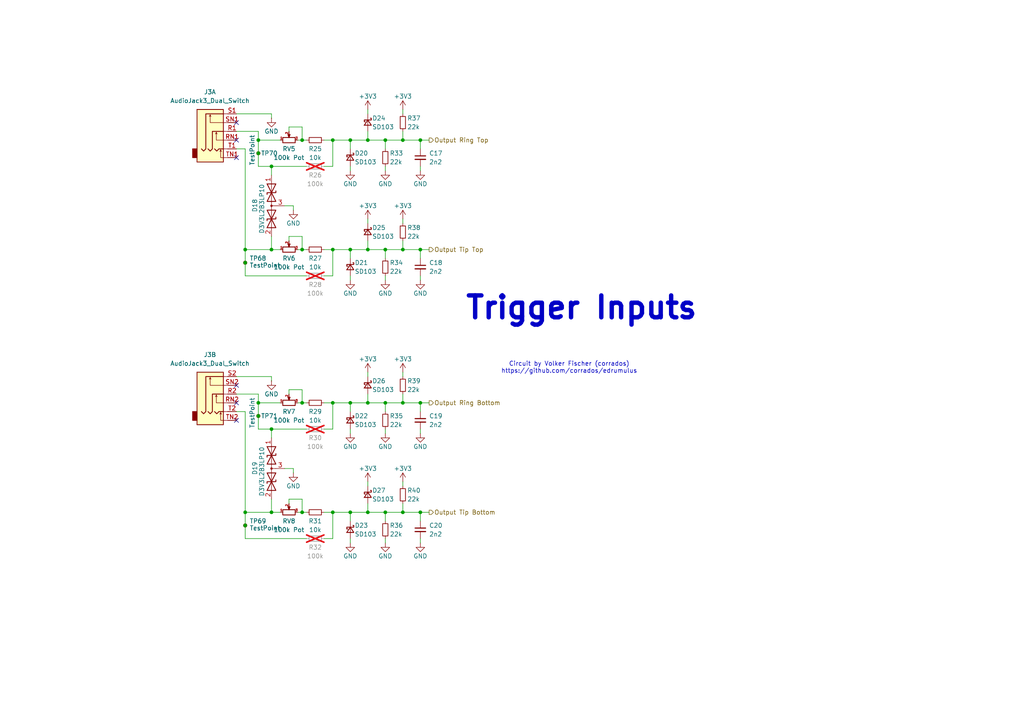
<source format=kicad_sch>
(kicad_sch (version 20231120) (generator "eeschema") (generator_version "8.0")
  (paper "A4")
  (title_block (title "freEDrum") (date "2024-04-20") (rev "A") (company "Till Heuer"))
  (junction (at 71.12 72.39))
  (junction (at 71.12 152.4))
  (junction (at 71.12 76.2))
  (junction (at 74.93 40.64))
  (junction (at 87.63 116.84))
  (junction (at 116.84 116.84))
  (junction (at 121.92 72.39))
  (junction (at 96.52 116.84))
  (junction (at 106.68 116.84))
  (junction (at 71.12 148.59))
  (junction (at 78.74 148.59))
  (junction (at 106.68 148.59))
  (junction (at 101.6 148.59))
  (junction (at 106.68 40.64))
  (junction (at 111.76 116.84))
  (junction (at 116.84 40.64))
  (junction (at 87.63 72.39))
  (junction (at 116.84 72.39))
  (junction (at 121.92 148.59))
  (junction (at 106.68 72.39))
  (junction (at 74.93 120.65))
  (junction (at 101.6 40.64))
  (junction (at 121.92 40.64))
  (junction (at 78.74 72.39))
  (junction (at 96.52 72.39))
  (junction (at 101.6 72.39))
  (junction (at 111.76 40.64))
  (junction (at 96.52 40.64))
  (junction (at 121.92 116.84))
  (junction (at 78.74 48.26))
  (junction (at 87.63 40.64))
  (junction (at 74.93 44.45))
  (junction (at 111.76 72.39))
  (junction (at 74.93 116.84))
  (junction (at 116.84 148.59))
  (junction (at 101.6 116.84))
  (junction (at 87.63 148.59))
  (junction (at 78.74 124.46))
  (junction (at 96.52 148.59))
  (junction (at 111.76 148.59))
  (no_connect (at 68.58 121.92))
  (no_connect (at 68.58 40.64))
  (no_connect (at 68.58 111.76))
  (no_connect (at 68.58 35.56))
  (no_connect (at 68.58 116.84))
  (no_connect (at 68.58 45.72))
  (wire (pts (xy 88.9 48.26) (xy 78.74 48.26)))
  (wire (pts (xy 85.09 59.69) (xy 85.09 60.96)))
  (wire (pts (xy 83.82 36.83) (xy 87.63 36.83)))
  (wire (pts (xy 93.98 80.01) (xy 96.52 80.01)))
  (wire (pts (xy 87.63 116.84) (xy 88.9 116.84)))
  (wire (pts (xy 68.58 109.22) (xy 78.74 109.22)))
  (wire (pts (xy 111.76 116.84) (xy 116.84 116.84)))
  (wire (pts (xy 78.74 48.26) (xy 78.74 50.8)))
  (wire (pts (xy 116.84 31.75) (xy 116.84 33.02)))
  (wire (pts (xy 116.84 40.64) (xy 121.92 40.64)))
  (wire (pts (xy 101.6 80.01) (xy 101.6 81.28)))
  (wire (pts (xy 78.74 68.58) (xy 78.74 72.39)))
  (wire (pts (xy 87.63 40.64) (xy 88.9 40.64)))
  (wire (pts (xy 85.09 135.89) (xy 85.09 137.16)))
  (wire (pts (xy 101.6 40.64) (xy 101.6 43.18)))
  (wire (pts (xy 101.6 72.39) (xy 101.6 74.93)))
  (wire (pts (xy 74.93 114.3) (xy 74.93 116.84)))
  (wire (pts (xy 106.68 146.05) (xy 106.68 148.59)))
  (wire (pts (xy 96.52 124.46) (xy 96.52 116.84)))
  (wire (pts (xy 83.82 114.3) (xy 83.82 113.03)))
  (wire (pts (xy 106.68 40.64) (xy 111.76 40.64)))
  (wire (pts (xy 116.84 38.1) (xy 116.84 40.64)))
  (wire (pts (xy 71.12 156.21) (xy 71.12 152.4)))
  (wire (pts (xy 87.63 144.78) (xy 87.63 148.59)))
  (wire (pts (xy 121.92 72.39) (xy 124.46 72.39)))
  (wire (pts (xy 71.12 76.2) (xy 71.12 72.39)))
  (wire (pts (xy 106.68 40.64) (xy 101.6 40.64)))
  (wire (pts (xy 88.9 124.46) (xy 78.74 124.46)))
  (wire (pts (xy 116.84 116.84) (xy 121.92 116.84)))
  (wire (pts (xy 101.6 48.26) (xy 101.6 49.53)))
  (wire (pts (xy 106.68 107.95) (xy 106.68 109.22)))
  (wire (pts (xy 88.9 156.21) (xy 71.12 156.21)))
  (wire (pts (xy 106.68 63.5) (xy 106.68 64.77)))
  (wire (pts (xy 83.82 146.05) (xy 83.82 144.78)))
  (wire (pts (xy 82.55 59.69) (xy 85.09 59.69)))
  (wire (pts (xy 78.74 48.26) (xy 74.93 48.26)))
  (wire (pts (xy 106.68 31.75) (xy 106.68 33.02)))
  (wire (pts (xy 93.98 116.84) (xy 96.52 116.84)))
  (wire (pts (xy 111.76 80.01) (xy 111.76 81.28)))
  (wire (pts (xy 87.63 113.03) (xy 87.63 116.84)))
  (wire (pts (xy 101.6 148.59) (xy 101.6 151.13)))
  (wire (pts (xy 88.9 80.01) (xy 71.12 80.01)))
  (wire (pts (xy 121.92 116.84) (xy 124.46 116.84)))
  (wire (pts (xy 106.68 116.84) (xy 111.76 116.84)))
  (wire (pts (xy 93.98 72.39) (xy 96.52 72.39)))
  (wire (pts (xy 83.82 69.85) (xy 83.82 68.58)))
  (wire (pts (xy 87.63 72.39) (xy 88.9 72.39)))
  (wire (pts (xy 87.63 116.84) (xy 86.36 116.84)))
  (wire (pts (xy 96.52 48.26) (xy 96.52 40.64)))
  (wire (pts (xy 83.82 113.03) (xy 87.63 113.03)))
  (wire (pts (xy 86.36 72.39) (xy 87.63 72.39)))
  (wire (pts (xy 96.52 72.39) (xy 101.6 72.39)))
  (wire (pts (xy 71.12 72.39) (xy 78.74 72.39)))
  (wire (pts (xy 111.76 148.59) (xy 116.84 148.59)))
  (wire (pts (xy 111.76 156.21) (xy 111.76 157.48)))
  (wire (pts (xy 111.76 124.46) (xy 111.76 125.73)))
  (wire (pts (xy 111.76 48.26) (xy 111.76 49.53)))
  (wire (pts (xy 96.52 40.64) (xy 101.6 40.64)))
  (wire (pts (xy 82.55 135.89) (xy 85.09 135.89)))
  (wire (pts (xy 96.52 116.84) (xy 101.6 116.84)))
  (wire (pts (xy 111.76 72.39) (xy 111.76 74.93)))
  (wire (pts (xy 68.58 114.3) (xy 74.93 114.3)))
  (wire (pts (xy 68.58 43.18) (xy 71.12 43.18)))
  (wire (pts (xy 87.63 148.59) (xy 88.9 148.59)))
  (wire (pts (xy 87.63 40.64) (xy 86.36 40.64)))
  (wire (pts (xy 93.98 156.21) (xy 96.52 156.21)))
  (wire (pts (xy 74.93 38.1) (xy 74.93 40.64)))
  (wire (pts (xy 96.52 148.59) (xy 101.6 148.59)))
  (wire (pts (xy 71.12 119.38) (xy 71.12 148.59)))
  (wire (pts (xy 106.68 114.3) (xy 106.68 116.84)))
  (wire (pts (xy 78.74 109.22) (xy 78.74 110.49)))
  (wire (pts (xy 74.93 40.64) (xy 81.28 40.64)))
  (wire (pts (xy 101.6 124.46) (xy 101.6 125.73)))
  (wire (pts (xy 106.68 69.85) (xy 106.68 72.39)))
  (wire (pts (xy 116.84 63.5) (xy 116.84 64.77)))
  (wire (pts (xy 78.74 144.78) (xy 78.74 148.59)))
  (wire (pts (xy 121.92 43.18) (xy 121.92 40.64)))
  (wire (pts (xy 106.68 72.39) (xy 111.76 72.39)))
  (wire (pts (xy 96.52 156.21) (xy 96.52 148.59)))
  (wire (pts (xy 121.92 148.59) (xy 124.46 148.59)))
  (wire (pts (xy 116.84 107.95) (xy 116.84 109.22)))
  (wire (pts (xy 78.74 148.59) (xy 81.28 148.59)))
  (wire (pts (xy 74.93 44.45) (xy 74.93 48.26)))
  (wire (pts (xy 71.12 148.59) (xy 78.74 148.59)))
  (wire (pts (xy 71.12 43.18) (xy 71.12 72.39)))
  (wire (pts (xy 111.76 40.64) (xy 111.76 43.18)))
  (wire (pts (xy 93.98 40.64) (xy 96.52 40.64)))
  (wire (pts (xy 121.92 119.38) (xy 121.92 116.84)))
  (wire (pts (xy 93.98 48.26) (xy 96.52 48.26)))
  (wire (pts (xy 74.93 116.84) (xy 74.93 120.65)))
  (wire (pts (xy 111.76 148.59) (xy 111.76 151.13)))
  (wire (pts (xy 121.92 156.21) (xy 121.92 157.48)))
  (wire (pts (xy 121.92 80.01) (xy 121.92 81.28)))
  (wire (pts (xy 68.58 119.38) (xy 71.12 119.38)))
  (wire (pts (xy 116.84 148.59) (xy 121.92 148.59)))
  (wire (pts (xy 74.93 116.84) (xy 81.28 116.84)))
  (wire (pts (xy 68.58 33.02) (xy 78.74 33.02)))
  (wire (pts (xy 87.63 36.83) (xy 87.63 40.64)))
  (wire (pts (xy 78.74 72.39) (xy 81.28 72.39)))
  (wire (pts (xy 116.84 146.05) (xy 116.84 148.59)))
  (wire (pts (xy 106.68 148.59) (xy 101.6 148.59)))
  (wire (pts (xy 121.92 48.26) (xy 121.92 49.53)))
  (wire (pts (xy 74.93 40.64) (xy 74.93 44.45)))
  (wire (pts (xy 86.36 148.59) (xy 87.63 148.59)))
  (wire (pts (xy 78.74 124.46) (xy 78.74 127)))
  (wire (pts (xy 83.82 38.1) (xy 83.82 36.83)))
  (wire (pts (xy 106.68 72.39) (xy 101.6 72.39)))
  (wire (pts (xy 116.84 72.39) (xy 121.92 72.39)))
  (wire (pts (xy 74.93 120.65) (xy 74.93 124.46)))
  (wire (pts (xy 106.68 148.59) (xy 111.76 148.59)))
  (wire (pts (xy 106.68 116.84) (xy 101.6 116.84)))
  (wire (pts (xy 121.92 151.13) (xy 121.92 148.59)))
  (wire (pts (xy 83.82 144.78) (xy 87.63 144.78)))
  (wire (pts (xy 71.12 80.01) (xy 71.12 76.2)))
  (wire (pts (xy 78.74 33.02) (xy 78.74 34.29)))
  (wire (pts (xy 68.58 38.1) (xy 74.93 38.1)))
  (wire (pts (xy 93.98 148.59) (xy 96.52 148.59)))
  (wire (pts (xy 106.68 139.7) (xy 106.68 140.97)))
  (wire (pts (xy 101.6 116.84) (xy 101.6 119.38)))
  (wire (pts (xy 121.92 74.93) (xy 121.92 72.39)))
  (wire (pts (xy 93.98 124.46) (xy 96.52 124.46)))
  (wire (pts (xy 96.52 80.01) (xy 96.52 72.39)))
  (wire (pts (xy 121.92 124.46) (xy 121.92 125.73)))
  (wire (pts (xy 78.74 124.46) (xy 74.93 124.46)))
  (wire (pts (xy 101.6 156.21) (xy 101.6 157.48)))
  (wire (pts (xy 116.84 114.3) (xy 116.84 116.84)))
  (wire (pts (xy 121.92 40.64) (xy 124.46 40.64)))
  (wire (pts (xy 71.12 152.4) (xy 71.12 148.59)))
  (wire (pts (xy 106.68 38.1) (xy 106.68 40.64)))
  (wire (pts (xy 87.63 68.58) (xy 87.63 72.39)))
  (wire (pts (xy 111.76 40.64) (xy 116.84 40.64)))
  (wire (pts (xy 111.76 72.39) (xy 116.84 72.39)))
  (wire (pts (xy 111.76 116.84) (xy 111.76 119.38)))
  (wire (pts (xy 116.84 69.85) (xy 116.84 72.39)))
  (wire (pts (xy 83.82 68.58) (xy 87.63 68.58)))
  (wire (pts (xy 116.84 139.7) (xy 116.84 140.97)))
  (text "Trigger Inputs" (at 168.656 89.408 0) (effects (font (size 6.35 6.35) (bold yes))))
  (text "Circuit by Volker Fischer (corrados)\nhttps://github.com/corrados/edrumulus" (at 165.1 106.68 0) (effects (font (size 1.27 1.27))))
  (hierarchical_label "Output Tip Bottom" (shape output) (at 124.46 148.59 0))
  (hierarchical_label "Output Ring Top" (shape output) (at 124.46 40.64 0))
  (hierarchical_label "Output Ring Bottom" (shape output) (at 124.46 116.84 0))
  (hierarchical_label "Output Tip Top" (shape output) (at 124.46 72.39 0))
  (symbol (lib_id "Device:R_Small") (at 111.76 77.47 0) (unit 1)
    (property "Reference" "R34" (at 113.03 76.2 0) (effects (justify left)))
    (property "Value" "22k" (at 113.03 78.74 0) (effects (justify left)))
    (property "Footprint" "Resistor_SMD:R_0402_1005Metric" (effects (hide yes)))
    (property "Description" "Resistor, small symbol" (effects (hide yes)))
    (property "JLCPCB Part #" "C25768" (effects (hide yes)))
    (property "Manufacturer" "UNI-ROYAL(Uniroyal Elec)" (effects (hide yes)))
    (property "Manufacturer Part #" "0402WGF2202TCE" (effects (hide yes)))
    (property "Tolerance" "1%" (effects (hide yes)))
    (instances (project "freEDrum" (path "" (reference "R34") (unit 1)) (path "" (reference "R18") (unit 1)) (path "" (reference "R50") (unit 1)) (path "" (reference "R66") (unit 1)) (path "" (reference "R82") (unit 1)) (path "" (reference "R98") (unit 1)) (path "" (reference "R114") (unit 1)) (path "" (reference "R130") (unit 1))))
  )
  (symbol (lib_id "power:+3V3") (at 116.84 31.75 0) (unit 1)
    (property "Reference" "#PWR097" (effects (hide yes)))
    (property "Value" "+3V3" (at 116.84 27.94 0))
    (property "Description" "Power symbol creates a global label with name \"+3V3\"" (effects (hide yes)))
    (instances (project "freEDrum" (path "" (reference "#PWR097") (unit 1)) (path "" (reference "#PWR073") (unit 1)) (path "" (reference "#PWR0121") (unit 1)) (path "" (reference "#PWR0145") (unit 1)) (path "" (reference "#PWR0169") (unit 1)) (path "" (reference "#PWR0193") (unit 1)) (path "" (reference "#PWR0217") (unit 1)) (path "" (reference "#PWR0241") (unit 1))))
  )
  (symbol (lib_id "Device:R_Potentiometer_Small") (at 83.82 116.84 90) (unit 1)
    (property "Reference" "RV7" (at 83.82 119.38 90))
    (property "Value" "100k Pot" (at 83.82 121.92 90))
    (property "Footprint" "Potentiometer_SMD:Potentiometer_Bourns_TC33X_Vertical" (effects (hide yes)))
    (property "Description" "Potentiometer" (effects (hide yes)))
    (property "JLCPCB Part #" "C128545" (effects (hide yes)))
    (property "Manufacturer" "HDK(Hokuriku Elec Industry)" (effects (hide yes)))
    (property "Manufacturer Part #" "VG039NCHXTB104" (effects (hide yes)))
    (property "Tolerance" "20%" (effects (hide yes)))
    (instances (project "freEDrum" (path "" (reference "RV7") (unit 1)) (path "" (reference "RV3") (unit 1)) (path "" (reference "RV11") (unit 1)) (path "" (reference "RV15") (unit 1)) (path "" (reference "RV19") (unit 1)) (path "" (reference "RV23") (unit 1)) (path "" (reference "RV27") (unit 1)) (path "" (reference "RV31") (unit 1))))
  )
  (symbol (lib_id "Device:C_Small") (at 121.92 77.47 0) (unit 1)
    (property "Reference" "C18" (at 124.46 76.2062 0) (effects (justify left)))
    (property "Value" "2n2" (at 124.46 78.7462 0) (effects (justify left)))
    (property "Footprint" "Capacitor_SMD:C_0603_1608Metric" (effects (hide yes)))
    (property "Description" "Unpolarized capacitor, small symbol" (effects (hide yes)))
    (property "Dielectric" "X7R" (effects (hide yes)))
    (property "JLCPCB Part #" "C1604" (effects (hide yes)))
    (property "Manufacturer" "FH (Guangdong Fenghua Advanced Tech)" (effects (hide yes)))
    (property "Manufacturer Part #" "0603B222K500NT" (effects (hide yes)))
    (property "Rated Voltage" "50V" (effects (hide yes)))
    (property "Tolerance" "10%" (effects (hide yes)))
    (instances (project "freEDrum" (path "" (reference "C18") (unit 1)) (path "" (reference "C14") (unit 1)) (path "" (reference "C22") (unit 1)) (path "" (reference "C26") (unit 1)) (path "" (reference "C30") (unit 1)) (path "" (reference "C34") (unit 1)) (path "" (reference "C38") (unit 1)) (path "" (reference "C42") (unit 1))))
  )
  (symbol (lib_id "Device:R_Small") (at 91.44 156.21 90) (unit 1) (dnp yes)
    (property "Reference" "R32" (at 91.44 158.75 90))
    (property "Value" "100k" (at 91.44 161.29 90))
    (property "Footprint" "Resistor_SMD:R_0402_1005Metric" (effects (hide yes)))
    (property "Description" "Resistor, small symbol" (effects (hide yes)))
    (property "JLCPCB Part #" "C25741" (effects (hide yes)))
    (property "Manufacturer" "UNI-ROYAL(Uniroyal Elec)" (effects (hide yes)))
    (property "Manufacturer Part #" "0402WGF1003TCE" (effects (hide yes)))
    (property "Tolerance" "1%" (effects (hide yes)))
    (instances (project "freEDrum" (path "" (reference "R32") (unit 1)) (path "" (reference "R16") (unit 1)) (path "" (reference "R48") (unit 1)) (path "" (reference "R64") (unit 1)) (path "" (reference "R80") (unit 1)) (path "" (reference "R96") (unit 1)) (path "" (reference "R112") (unit 1)) (path "" (reference "R128") (unit 1))))
  )
  (symbol (lib_id "power:+3V3") (at 106.68 139.7 0) (unit 1)
    (property "Reference" "#PWR092" (effects (hide yes)))
    (property "Value" "+3V3" (at 106.68 135.89 0))
    (property "Description" "Power symbol creates a global label with name \"+3V3\"" (effects (hide yes)))
    (instances (project "freEDrum" (path "" (reference "#PWR092") (unit 1)) (path "" (reference "#PWR068") (unit 1)) (path "" (reference "#PWR0116") (unit 1)) (path "" (reference "#PWR0140") (unit 1)) (path "" (reference "#PWR0164") (unit 1)) (path "" (reference "#PWR0188") (unit 1)) (path "" (reference "#PWR0212") (unit 1)) (path "" (reference "#PWR0236") (unit 1))))
  )
  (symbol (lib_id "power:GND") (at 78.74 110.49 0) (unit 1)
    (property "Reference" "#PWR082" (effects (hide yes)))
    (property "Value" "GND" (at 78.74 114.3 0))
    (property "Description" "Power symbol creates a global label with name \"GND\" , ground" (effects (hide yes)))
    (instances (project "freEDrum" (path "" (reference "#PWR082") (unit 1)) (path "" (reference "#PWR058") (unit 1)) (path "" (reference "#PWR0106") (unit 1)) (path "" (reference "#PWR0130") (unit 1)) (path "" (reference "#PWR0154") (unit 1)) (path "" (reference "#PWR0178") (unit 1)) (path "" (reference "#PWR0202") (unit 1)) (path "" (reference "#PWR0226") (unit 1))))
  )
  (symbol (lib_id "power:GND") (at 101.6 81.28 0) (unit 1)
    (property "Reference" "#PWR086" (effects (hide yes)))
    (property "Value" "GND" (at 101.6 85.09 0))
    (property "Description" "Power symbol creates a global label with name \"GND\" , ground" (effects (hide yes)))
    (instances (project "freEDrum" (path "" (reference "#PWR086") (unit 1)) (path "" (reference "#PWR062") (unit 1)) (path "" (reference "#PWR0110") (unit 1)) (path "" (reference "#PWR0134") (unit 1)) (path "" (reference "#PWR0158") (unit 1)) (path "" (reference "#PWR0182") (unit 1)) (path "" (reference "#PWR0206") (unit 1)) (path "" (reference "#PWR0230") (unit 1))))
  )
  (symbol (lib_id "power:GND") (at 101.6 157.48 0) (unit 1)
    (property "Reference" "#PWR088" (effects (hide yes)))
    (property "Value" "GND" (at 101.6 161.29 0))
    (property "Description" "Power symbol creates a global label with name \"GND\" , ground" (effects (hide yes)))
    (instances (project "freEDrum" (path "" (reference "#PWR088") (unit 1)) (path "" (reference "#PWR064") (unit 1)) (path "" (reference "#PWR0112") (unit 1)) (path "" (reference "#PWR0136") (unit 1)) (path "" (reference "#PWR0160") (unit 1)) (path "" (reference "#PWR0184") (unit 1)) (path "" (reference "#PWR0208") (unit 1)) (path "" (reference "#PWR0232") (unit 1))))
  )
  (symbol (lib_id "Device:R_Small") (at 116.84 35.56 0) (unit 1)
    (property "Reference" "R37" (at 118.11 34.29 0) (effects (justify left)))
    (property "Value" "22k" (at 118.11 36.83 0) (effects (justify left)))
    (property "Footprint" "Resistor_SMD:R_0402_1005Metric" (effects (hide yes)))
    (property "Description" "Resistor, small symbol" (effects (hide yes)))
    (property "JLCPCB Part #" "C25768" (effects (hide yes)))
    (property "Manufacturer" "UNI-ROYAL(Uniroyal Elec)" (effects (hide yes)))
    (property "Manufacturer Part #" "0402WGF2202TCE" (effects (hide yes)))
    (property "Tolerance" "1%" (effects (hide yes)))
    (instances (project "freEDrum" (path "" (reference "R37") (unit 1)) (path "" (reference "R21") (unit 1)) (path "" (reference "R53") (unit 1)) (path "" (reference "R69") (unit 1)) (path "" (reference "R85") (unit 1)) (path "" (reference "R101") (unit 1)) (path "" (reference "R117") (unit 1)) (path "" (reference "R133") (unit 1))))
  )
  (symbol (lib_id "Connector:TestPoint_Small") (at 71.12 76.2 0) (unit 1)
    (property "Reference" "TP68" (at 72.39 74.93 0) (effects (justify left)))
    (property "Value" "TestPoint" (at 72.39 76.962 0) (effects (justify left)))
    (property "Footprint" "TestPoint:TestPoint_Pad_D1.0mm" (effects (hide yes)))
    (property "Description" "test point" (effects (hide yes)))
    (property "JLCPCB Part #" "-" (effects (hide yes)))
    (property "Manufacturer" "-" (effects (hide yes)))
    (property "Manufacturer Part #" "-" (effects (hide yes)))
    (instances (project "freEDrum" (path "" (reference "TP68") (unit 1)) (path "" (reference "TP64") (unit 1)) (path "" (reference "TP72") (unit 1)) (path "" (reference "TP76") (unit 1)) (path "" (reference "TP80") (unit 1)) (path "" (reference "TP84") (unit 1)) (path "" (reference "TP88") (unit 1)) (path "" (reference "TP92") (unit 1))))
  )
  (symbol (lib_id "Device:R_Small") (at 91.44 116.84 90) (unit 1)
    (property "Reference" "R29" (at 91.44 119.38 90))
    (property "Value" "10k" (at 91.44 121.92 90))
    (property "Footprint" "Resistor_SMD:R_0402_1005Metric" (effects (hide yes)))
    (property "Description" "Resistor, small symbol" (effects (hide yes)))
    (property "JLCPCB Part #" "C25744" (effects (hide yes)))
    (property "Manufacturer" "UNI-ROYAL(Uniroyal Elec)" (effects (hide yes)))
    (property "Manufacturer Part #" "0402WGF1002TCE" (effects (hide yes)))
    (property "Tolerance" "1%" (effects (hide yes)))
    (instances (project "freEDrum" (path "" (reference "R29") (unit 1)) (path "" (reference "R13") (unit 1)) (path "" (reference "R45") (unit 1)) (path "" (reference "R61") (unit 1)) (path "" (reference "R77") (unit 1)) (path "" (reference "R93") (unit 1)) (path "" (reference "R109") (unit 1)) (path "" (reference "R125") (unit 1))))
  )
  (symbol (lib_id "power:+3V3") (at 116.84 139.7 0) (unit 1)
    (property "Reference" "#PWR0100" (effects (hide yes)))
    (property "Value" "+3V3" (at 116.84 135.89 0))
    (property "Description" "Power symbol creates a global label with name \"+3V3\"" (effects (hide yes)))
    (instances (project "freEDrum" (path "" (reference "#PWR0100") (unit 1)) (path "" (reference "#PWR076") (unit 1)) (path "" (reference "#PWR0124") (unit 1)) (path "" (reference "#PWR0148") (unit 1)) (path "" (reference "#PWR0172") (unit 1)) (path "" (reference "#PWR0196") (unit 1)) (path "" (reference "#PWR0220") (unit 1)) (path "" (reference "#PWR0244") (unit 1))))
  )
  (symbol (lib_id "Device:R_Small") (at 116.84 111.76 0) (unit 1)
    (property "Reference" "R39" (at 118.11 110.49 0) (effects (justify left)))
    (property "Value" "22k" (at 118.11 113.03 0) (effects (justify left)))
    (property "Footprint" "Resistor_SMD:R_0402_1005Metric" (effects (hide yes)))
    (property "Description" "Resistor, small symbol" (effects (hide yes)))
    (property "JLCPCB Part #" "C25768" (effects (hide yes)))
    (property "Manufacturer" "UNI-ROYAL(Uniroyal Elec)" (effects (hide yes)))
    (property "Manufacturer Part #" "0402WGF2202TCE" (effects (hide yes)))
    (property "Tolerance" "1%" (effects (hide yes)))
    (instances (project "freEDrum" (path "" (reference "R39") (unit 1)) (path "" (reference "R23") (unit 1)) (path "" (reference "R55") (unit 1)) (path "" (reference "R71") (unit 1)) (path "" (reference "R87") (unit 1)) (path "" (reference "R103") (unit 1)) (path "" (reference "R119") (unit 1)) (path "" (reference "R135") (unit 1))))
  )
  (symbol (lib_id "Connector:TestPoint_Small") (at 71.12 152.4 0) (unit 1)
    (property "Reference" "TP69" (at 72.39 151.13 0) (effects (justify left)))
    (property "Value" "TestPoint" (at 72.39 153.162 0) (effects (justify left)))
    (property "Footprint" "TestPoint:TestPoint_Pad_D1.0mm" (effects (hide yes)))
    (property "Description" "test point" (effects (hide yes)))
    (property "JLCPCB Part #" "-" (effects (hide yes)))
    (property "Manufacturer" "-" (effects (hide yes)))
    (property "Manufacturer Part #" "-" (effects (hide yes)))
    (instances (project "freEDrum" (path "" (reference "TP69") (unit 1)) (path "" (reference "TP65") (unit 1)) (path "" (reference "TP73") (unit 1)) (path "" (reference "TP77") (unit 1)) (path "" (reference "TP81") (unit 1)) (path "" (reference "TP85") (unit 1)) (path "" (reference "TP89") (unit 1)) (path "" (reference "TP93") (unit 1))))
  )
  (symbol (lib_id "power:GND") (at 101.6 125.73 0) (unit 1)
    (property "Reference" "#PWR087" (effects (hide yes)))
    (property "Value" "GND" (at 101.6 129.54 0))
    (property "Description" "Power symbol creates a global label with name \"GND\" , ground" (effects (hide yes)))
    (instances (project "freEDrum" (path "" (reference "#PWR087") (unit 1)) (path "" (reference "#PWR063") (unit 1)) (path "" (reference "#PWR0111") (unit 1)) (path "" (reference "#PWR0135") (unit 1)) (path "" (reference "#PWR0159") (unit 1)) (path "" (reference "#PWR0183") (unit 1)) (path "" (reference "#PWR0207") (unit 1)) (path "" (reference "#PWR0231") (unit 1))))
  )
  (symbol (lib_id "Device:R_Small") (at 91.44 72.39 90) (unit 1)
    (property "Reference" "R27" (at 91.44 74.93 90))
    (property "Value" "10k" (at 91.44 77.47 90))
    (property "Footprint" "Resistor_SMD:R_0402_1005Metric" (effects (hide yes)))
    (property "Description" "Resistor, small symbol" (effects (hide yes)))
    (property "JLCPCB Part #" "C25744" (effects (hide yes)))
    (property "Manufacturer" "UNI-ROYAL(Uniroyal Elec)" (effects (hide yes)))
    (property "Manufacturer Part #" "0402WGF1002TCE" (effects (hide yes)))
    (property "Tolerance" "1%" (effects (hide yes)))
    (instances (project "freEDrum" (path "" (reference "R27") (unit 1)) (path "" (reference "R11") (unit 1)) (path "" (reference "R43") (unit 1)) (path "" (reference "R59") (unit 1)) (path "" (reference "R75") (unit 1)) (path "" (reference "R91") (unit 1)) (path "" (reference "R107") (unit 1)) (path "" (reference "R123") (unit 1))))
  )
  (symbol (lib_id "Device:R_Small") (at 91.44 48.26 90) (unit 1) (dnp yes)
    (property "Reference" "R26" (at 91.44 50.8 90))
    (property "Value" "100k" (at 91.44 53.34 90))
    (property "Footprint" "Resistor_SMD:R_0402_1005Metric" (effects (hide yes)))
    (property "Description" "Resistor, small symbol" (effects (hide yes)))
    (property "JLCPCB Part #" "C25741" (effects (hide yes)))
    (property "Manufacturer" "UNI-ROYAL(Uniroyal Elec)" (effects (hide yes)))
    (property "Manufacturer Part #" "0402WGF1003TCE" (effects (hide yes)))
    (property "Tolerance" "1%" (effects (hide yes)))
    (instances (project "freEDrum" (path "" (reference "R26") (unit 1)) (path "" (reference "R10") (unit 1)) (path "" (reference "R42") (unit 1)) (path "" (reference "R58") (unit 1)) (path "" (reference "R74") (unit 1)) (path "" (reference "R90") (unit 1)) (path "" (reference "R106") (unit 1)) (path "" (reference "R122") (unit 1))))
  )
  (symbol (lib_id "power:GND") (at 111.76 125.73 0) (unit 1)
    (property "Reference" "#PWR095" (effects (hide yes)))
    (property "Value" "GND" (at 111.76 129.54 0))
    (property "Description" "Power symbol creates a global label with name \"GND\" , ground" (effects (hide yes)))
    (instances (project "freEDrum" (path "" (reference "#PWR095") (unit 1)) (path "" (reference "#PWR071") (unit 1)) (path "" (reference "#PWR0119") (unit 1)) (path "" (reference "#PWR0143") (unit 1)) (path "" (reference "#PWR0167") (unit 1)) (path "" (reference "#PWR0191") (unit 1)) (path "" (reference "#PWR0215") (unit 1)) (path "" (reference "#PWR0239") (unit 1))))
  )
  (symbol (lib_id "power:GND") (at 111.76 81.28 0) (unit 1)
    (property "Reference" "#PWR094" (effects (hide yes)))
    (property "Value" "GND" (at 111.76 85.09 0))
    (property "Description" "Power symbol creates a global label with name \"GND\" , ground" (effects (hide yes)))
    (instances (project "freEDrum" (path "" (reference "#PWR094") (unit 1)) (path "" (reference "#PWR070") (unit 1)) (path "" (reference "#PWR0118") (unit 1)) (path "" (reference "#PWR0142") (unit 1)) (path "" (reference "#PWR0166") (unit 1)) (path "" (reference "#PWR0190") (unit 1)) (path "" (reference "#PWR0214") (unit 1)) (path "" (reference "#PWR0238") (unit 1))))
  )
  (symbol (lib_id "Device:D_Schottky_Small") (at 101.6 45.72 270) (unit 1)
    (property "Reference" "D20" (at 102.87 44.45 90) (effects (justify left)))
    (property "Value" "SD103" (at 102.87 46.99 90) (effects (justify left)))
    (property "Footprint" "Diode_SMD:D_SOD-323" (effects (hide yes)))
    (property "Description" "Schottky diode, small symbol" (effects (hide yes)))
    (property "JLCPCB Part #" "C7420360" (effects (hide yes)))
    (property "Manufacturer" "hongjiacheng" (effects (hide yes)))
    (property "Manufacturer Part #" "SD103AWS" (effects (hide yes)))
    (instances (project "freEDrum" (path "" (reference "D20") (unit 1)) (path "" (reference "D10") (unit 1)) (path "" (reference "D30") (unit 1)) (path "" (reference "D40") (unit 1)) (path "" (reference "D50") (unit 1)) (path "" (reference "D60") (unit 1)) (path "" (reference "D70") (unit 1)) (path "" (reference "D80") (unit 1))))
  )
  (symbol (lib_id "Device:C_Small") (at 121.92 121.92 0) (unit 1)
    (property "Reference" "C19" (at 124.46 120.6562 0) (effects (justify left)))
    (property "Value" "2n2" (at 124.46 123.1962 0) (effects (justify left)))
    (property "Footprint" "Capacitor_SMD:C_0603_1608Metric" (effects (hide yes)))
    (property "Description" "Unpolarized capacitor, small symbol" (effects (hide yes)))
    (property "Dielectric" "X7R" (effects (hide yes)))
    (property "JLCPCB Part #" "C1604" (effects (hide yes)))
    (property "Manufacturer" "FH (Guangdong Fenghua Advanced Tech)" (effects (hide yes)))
    (property "Manufacturer Part #" "0603B222K500NT" (effects (hide yes)))
    (property "Rated Voltage" "50V" (effects (hide yes)))
    (property "Tolerance" "10%" (effects (hide yes)))
    (instances (project "freEDrum" (path "" (reference "C19") (unit 1)) (path "" (reference "C15") (unit 1)) (path "" (reference "C23") (unit 1)) (path "" (reference "C27") (unit 1)) (path "" (reference "C31") (unit 1)) (path "" (reference "C35") (unit 1)) (path "" (reference "C39") (unit 1)) (path "" (reference "C43") (unit 1))))
  )
  (symbol (lib_id "Device:D_Schottky_Small") (at 101.6 121.92 270) (unit 1)
    (property "Reference" "D22" (at 102.87 120.65 90) (effects (justify left)))
    (property "Value" "SD103" (at 102.87 123.19 90) (effects (justify left)))
    (property "Footprint" "Diode_SMD:D_SOD-323" (effects (hide yes)))
    (property "Description" "Schottky diode, small symbol" (effects (hide yes)))
    (property "JLCPCB Part #" "C7420360" (effects (hide yes)))
    (property "Manufacturer" "hongjiacheng" (effects (hide yes)))
    (property "Manufacturer Part #" "SD103AWS" (effects (hide yes)))
    (instances (project "freEDrum" (path "" (reference "D22") (unit 1)) (path "" (reference "D12") (unit 1)) (path "" (reference "D32") (unit 1)) (path "" (reference "D42") (unit 1)) (path "" (reference "D52") (unit 1)) (path "" (reference "D62") (unit 1)) (path "" (reference "D72") (unit 1)) (path "" (reference "D82") (unit 1))))
  )
  (symbol (lib_id "power:+3V3") (at 106.68 63.5 0) (unit 1)
    (property "Reference" "#PWR090" (effects (hide yes)))
    (property "Value" "+3V3" (at 106.68 59.69 0))
    (property "Description" "Power symbol creates a global label with name \"+3V3\"" (effects (hide yes)))
    (instances (project "freEDrum" (path "" (reference "#PWR090") (unit 1)) (path "" (reference "#PWR066") (unit 1)) (path "" (reference "#PWR0114") (unit 1)) (path "" (reference "#PWR0138") (unit 1)) (path "" (reference "#PWR0162") (unit 1)) (path "" (reference "#PWR0186") (unit 1)) (path "" (reference "#PWR0210") (unit 1)) (path "" (reference "#PWR0234") (unit 1))))
  )
  (symbol (lib_id "power:GND") (at 101.6 49.53 0) (unit 1)
    (property "Reference" "#PWR085" (effects (hide yes)))
    (property "Value" "GND" (at 101.6 53.34 0))
    (property "Description" "Power symbol creates a global label with name \"GND\" , ground" (effects (hide yes)))
    (instances (project "freEDrum" (path "" (reference "#PWR085") (unit 1)) (path "" (reference "#PWR061") (unit 1)) (path "" (reference "#PWR0109") (unit 1)) (path "" (reference "#PWR0133") (unit 1)) (path "" (reference "#PWR0157") (unit 1)) (path "" (reference "#PWR0181") (unit 1)) (path "" (reference "#PWR0205") (unit 1)) (path "" (reference "#PWR0229") (unit 1))))
  )
  (symbol (lib_id "power:GND") (at 121.92 157.48 0) (unit 1)
    (property "Reference" "#PWR0104" (effects (hide yes)))
    (property "Value" "GND" (at 121.92 161.29 0))
    (property "Description" "Power symbol creates a global label with name \"GND\" , ground" (effects (hide yes)))
    (instances (project "freEDrum" (path "" (reference "#PWR0104") (unit 1)) (path "" (reference "#PWR080") (unit 1)) (path "" (reference "#PWR0128") (unit 1)) (path "" (reference "#PWR0152") (unit 1)) (path "" (reference "#PWR0176") (unit 1)) (path "" (reference "#PWR0200") (unit 1)) (path "" (reference "#PWR0224") (unit 1)) (path "" (reference "#PWR0248") (unit 1))))
  )
  (symbol (lib_id "Connector_Audio:AudioJack3_Dual_Switch") (at 63.5 38.1 0) (unit 1)
    (property "Reference" "J3" (at 60.8965 26.67 0))
    (property "Value" "AudioJack3_Dual_Switch" (at 60.8965 29.21 0))
    (property "Footprint" "1_ProjectFootprints:PJ-625DK" (effects (hide yes)))
    (property "Description" "Audio Jack, Dual, 3 Poles (Stereo / TRS), Switched Poles (Normalling)" (effects (hide yes)))
    (property "JLCPCB Part #" "C309295" (effects (hide yes)))
    (property "Manufacturer" "HOOYA" (effects (hide yes)))
    (property "Manufacturer Part #" "PJ-625DK" (effects (hide yes)))
    (instances (project "freEDrum" (path "" (reference "J3") (unit 1)) (path "" (reference "J5") (unit 1)) (path "" (reference "J6") (unit 1)) (path "" (reference "J7") (unit 1)) (path "" (reference "J8") (unit 1)) (path "" (reference "J9") (unit 1)) (path "" (reference "J10") (unit 1)) (path "" (reference "J4") (unit 1))))
  )
  (symbol (lib_id "power:GND") (at 85.09 60.96 0) (unit 1)
    (property "Reference" "#PWR083" (effects (hide yes)))
    (property "Value" "GND" (at 85.09 64.77 0))
    (property "Description" "Power symbol creates a global label with name \"GND\" , ground" (effects (hide yes)))
    (instances (project "freEDrum" (path "" (reference "#PWR083") (unit 1)) (path "" (reference "#PWR059") (unit 1)) (path "" (reference "#PWR0107") (unit 1)) (path "" (reference "#PWR0131") (unit 1)) (path "" (reference "#PWR0155") (unit 1)) (path "" (reference "#PWR0179") (unit 1)) (path "" (reference "#PWR0203") (unit 1)) (path "" (reference "#PWR0227") (unit 1))))
  )
  (symbol (lib_id "power:GND") (at 85.09 137.16 0) (unit 1)
    (property "Reference" "#PWR084" (effects (hide yes)))
    (property "Value" "GND" (at 85.09 140.97 0))
    (property "Description" "Power symbol creates a global label with name \"GND\" , ground" (effects (hide yes)))
    (instances (project "freEDrum" (path "" (reference "#PWR084") (unit 1)) (path "" (reference "#PWR060") (unit 1)) (path "" (reference "#PWR0108") (unit 1)) (path "" (reference "#PWR0132") (unit 1)) (path "" (reference "#PWR0156") (unit 1)) (path "" (reference "#PWR0180") (unit 1)) (path "" (reference "#PWR0204") (unit 1)) (path "" (reference "#PWR0228") (unit 1))))
  )
  (symbol (lib_id "Device:D_TVS_Dual_AAC") (at 78.74 135.89 90) (mirror x) (unit 1)
    (property "Reference" "D19" (at 73.914 133.858 0) (effects (justify left)))
    (property "Value" "D3V3L2B3LP10" (at 75.946 129.54 0) (effects (justify left)))
    (property "Footprint" "1_ProjectFootprints:DFN-3 1010" (effects (hide yes)))
    (property "Description" "Bidirectional dual transient-voltage-suppression diode, center on pin 3" (effects (hide yes)))
    (property "Manufacturer" "Diodes Incorporated" (effects (hide yes)))
    (property "Manufacturer Part #" "D3V3L2B3LP10-7" (effects (hide yes)))
    (property "JLCPCB Part #" "C1974778" (effects (hide yes)))
    (instances (project "freEDrum" (path "" (reference "D19") (unit 1)) (path "" (reference "D9") (unit 1)) (path "" (reference "D29") (unit 1)) (path "" (reference "D39") (unit 1)) (path "" (reference "D49") (unit 1)) (path "" (reference "D59") (unit 1)) (path "" (reference "D69") (unit 1)) (path "" (reference "D79") (unit 1))))
  )
  (symbol (lib_id "Connector_Audio:AudioJack3_Dual_Switch") (at 63.5 114.3 0) (unit 2)
    (property "Reference" "J3" (at 60.8965 102.87 0))
    (property "Value" "AudioJack3_Dual_Switch" (at 60.8965 105.41 0))
    (property "Footprint" "1_ProjectFootprints:PJ-625DK" (effects (hide yes)))
    (property "Description" "Audio Jack, Dual, 3 Poles (Stereo / TRS), Switched Poles (Normalling)" (effects (hide yes)))
    (property "JLCPCB Part #" "C309295" (effects (hide yes)))
    (property "Manufacturer" "HOOYA" (effects (hide yes)))
    (property "Manufacturer Part #" "PJ-625DK" (effects (hide yes)))
    (instances (project "freEDrum" (path "" (reference "J3") (unit 2)) (path "" (reference "J5") (unit 2)) (path "" (reference "J6") (unit 2)) (path "" (reference "J7") (unit 2)) (path "" (reference "J8") (unit 2)) (path "" (reference "J9") (unit 2)) (path "" (reference "J10") (unit 2)) (path "" (reference "J4") (unit 2))))
  )
  (symbol (lib_id "power:GND") (at 78.74 34.29 0) (unit 1)
    (property "Reference" "#PWR081" (effects (hide yes)))
    (property "Value" "GND" (at 78.74 38.1 0))
    (property "Description" "Power symbol creates a global label with name \"GND\" , ground" (effects (hide yes)))
    (instances (project "freEDrum" (path "" (reference "#PWR081") (unit 1)) (path "" (reference "#PWR057") (unit 1)) (path "" (reference "#PWR0105") (unit 1)) (path "" (reference "#PWR0129") (unit 1)) (path "" (reference "#PWR0153") (unit 1)) (path "" (reference "#PWR0177") (unit 1)) (path "" (reference "#PWR0201") (unit 1)) (path "" (reference "#PWR0225") (unit 1))))
  )
  (symbol (lib_id "Device:C_Small") (at 121.92 153.67 0) (unit 1)
    (property "Reference" "C20" (at 124.46 152.4062 0) (effects (justify left)))
    (property "Value" "2n2" (at 124.46 154.9462 0) (effects (justify left)))
    (property "Footprint" "Capacitor_SMD:C_0603_1608Metric" (effects (hide yes)))
    (property "Description" "Unpolarized capacitor, small symbol" (effects (hide yes)))
    (property "Dielectric" "X7R" (effects (hide yes)))
    (property "JLCPCB Part #" "C1604" (effects (hide yes)))
    (property "Manufacturer" "FH (Guangdong Fenghua Advanced Tech)" (effects (hide yes)))
    (property "Manufacturer Part #" "0603B222K500NT" (effects (hide yes)))
    (property "Rated Voltage" "50V" (effects (hide yes)))
    (property "Tolerance" "10%" (effects (hide yes)))
    (instances (project "freEDrum" (path "" (reference "C20") (unit 1)) (path "" (reference "C16") (unit 1)) (path "" (reference "C24") (unit 1)) (path "" (reference "C28") (unit 1)) (path "" (reference "C32") (unit 1)) (path "" (reference "C36") (unit 1)) (path "" (reference "C40") (unit 1)) (path "" (reference "C44") (unit 1))))
  )
  (symbol (lib_id "Device:D_Schottky_Small") (at 101.6 77.47 270) (unit 1)
    (property "Reference" "D21" (at 102.87 76.2 90) (effects (justify left)))
    (property "Value" "SD103" (at 102.87 78.74 90) (effects (justify left)))
    (property "Footprint" "Diode_SMD:D_SOD-323" (effects (hide yes)))
    (property "Description" "Schottky diode, small symbol" (effects (hide yes)))
    (property "JLCPCB Part #" "C7420360" (effects (hide yes)))
    (property "Manufacturer" "hongjiacheng" (effects (hide yes)))
    (property "Manufacturer Part #" "SD103AWS" (effects (hide yes)))
    (instances (project "freEDrum" (path "" (reference "D21") (unit 1)) (path "" (reference "D11") (unit 1)) (path "" (reference "D31") (unit 1)) (path "" (reference "D41") (unit 1)) (path "" (reference "D51") (unit 1)) (path "" (reference "D61") (unit 1)) (path "" (reference "D71") (unit 1)) (path "" (reference "D81") (unit 1))))
  )
  (symbol (lib_id "power:+3V3") (at 116.84 107.95 0) (unit 1)
    (property "Reference" "#PWR099" (effects (hide yes)))
    (property "Value" "+3V3" (at 116.84 104.14 0))
    (property "Description" "Power symbol creates a global label with name \"+3V3\"" (effects (hide yes)))
    (instances (project "freEDrum" (path "" (reference "#PWR099") (unit 1)) (path "" (reference "#PWR075") (unit 1)) (path "" (reference "#PWR0123") (unit 1)) (path "" (reference "#PWR0147") (unit 1)) (path "" (reference "#PWR0171") (unit 1)) (path "" (reference "#PWR0195") (unit 1)) (path "" (reference "#PWR0219") (unit 1)) (path "" (reference "#PWR0243") (unit 1))))
  )
  (symbol (lib_id "power:GND") (at 111.76 157.48 0) (unit 1)
    (property "Reference" "#PWR096" (effects (hide yes)))
    (property "Value" "GND" (at 111.76 161.29 0))
    (property "Description" "Power symbol creates a global label with name \"GND\" , ground" (effects (hide yes)))
    (instances (project "freEDrum" (path "" (reference "#PWR096") (unit 1)) (path "" (reference "#PWR072") (unit 1)) (path "" (reference "#PWR0120") (unit 1)) (path "" (reference "#PWR0144") (unit 1)) (path "" (reference "#PWR0168") (unit 1)) (path "" (reference "#PWR0192") (unit 1)) (path "" (reference "#PWR0216") (unit 1)) (path "" (reference "#PWR0240") (unit 1))))
  )
  (symbol (lib_id "Device:R_Small") (at 91.44 80.01 90) (unit 1) (dnp yes)
    (property "Reference" "R28" (at 91.44 82.55 90))
    (property "Value" "100k" (at 91.44 85.09 90))
    (property "Footprint" "Resistor_SMD:R_0402_1005Metric" (effects (hide yes)))
    (property "Description" "Resistor, small symbol" (effects (hide yes)))
    (property "JLCPCB Part #" "C25741" (effects (hide yes)))
    (property "Manufacturer" "UNI-ROYAL(Uniroyal Elec)" (effects (hide yes)))
    (property "Manufacturer Part #" "0402WGF1003TCE" (effects (hide yes)))
    (property "Tolerance" "1%" (effects (hide yes)))
    (instances (project "freEDrum" (path "" (reference "R28") (unit 1)) (path "" (reference "R12") (unit 1)) (path "" (reference "R44") (unit 1)) (path "" (reference "R60") (unit 1)) (path "" (reference "R76") (unit 1)) (path "" (reference "R92") (unit 1)) (path "" (reference "R108") (unit 1)) (path "" (reference "R124") (unit 1))))
  )
  (symbol (lib_id "Device:R_Potentiometer_Small") (at 83.82 148.59 90) (unit 1)
    (property "Reference" "RV8" (at 83.82 151.13 90))
    (property "Value" "100k Pot" (at 83.82 153.67 90))
    (property "Footprint" "Potentiometer_SMD:Potentiometer_Bourns_TC33X_Vertical" (effects (hide yes)))
    (property "Description" "Potentiometer" (effects (hide yes)))
    (property "JLCPCB Part #" "C128545" (effects (hide yes)))
    (property "Manufacturer" "HDK(Hokuriku Elec Industry)" (effects (hide yes)))
    (property "Manufacturer Part #" "VG039NCHXTB104" (effects (hide yes)))
    (property "Tolerance" "20%" (effects (hide yes)))
    (instances (project "freEDrum" (path "" (reference "RV8") (unit 1)) (path "" (reference "RV4") (unit 1)) (path "" (reference "RV12") (unit 1)) (path "" (reference "RV16") (unit 1)) (path "" (reference "RV20") (unit 1)) (path "" (reference "RV24") (unit 1)) (path "" (reference "RV28") (unit 1)) (path "" (reference "RV32") (unit 1))))
  )
  (symbol (lib_id "Device:D_Schottky_Small") (at 101.6 153.67 270) (unit 1)
    (property "Reference" "D23" (at 102.87 152.4 90) (effects (justify left)))
    (property "Value" "SD103" (at 102.87 154.94 90) (effects (justify left)))
    (property "Footprint" "Diode_SMD:D_SOD-323" (effects (hide yes)))
    (property "Description" "Schottky diode, small symbol" (effects (hide yes)))
    (property "JLCPCB Part #" "C7420360" (effects (hide yes)))
    (property "Manufacturer" "hongjiacheng" (effects (hide yes)))
    (property "Manufacturer Part #" "SD103AWS" (effects (hide yes)))
    (instances (project "freEDrum" (path "" (reference "D23") (unit 1)) (path "" (reference "D13") (unit 1)) (path "" (reference "D33") (unit 1)) (path "" (reference "D43") (unit 1)) (path "" (reference "D53") (unit 1)) (path "" (reference "D63") (unit 1)) (path "" (reference "D73") (unit 1)) (path "" (reference "D83") (unit 1))))
  )
  (symbol (lib_id "Device:R_Small") (at 91.44 124.46 90) (unit 1) (dnp yes)
    (property "Reference" "R30" (at 91.44 127 90))
    (property "Value" "100k" (at 91.44 129.54 90))
    (property "Footprint" "Resistor_SMD:R_0402_1005Metric" (effects (hide yes)))
    (property "Description" "Resistor, small symbol" (effects (hide yes)))
    (property "JLCPCB Part #" "C25741" (effects (hide yes)))
    (property "Manufacturer" "UNI-ROYAL(Uniroyal Elec)" (effects (hide yes)))
    (property "Manufacturer Part #" "0402WGF1003TCE" (effects (hide yes)))
    (property "Tolerance" "1%" (effects (hide yes)))
    (instances (project "freEDrum" (path "" (reference "R30") (unit 1)) (path "" (reference "R14") (unit 1)) (path "" (reference "R46") (unit 1)) (path "" (reference "R62") (unit 1)) (path "" (reference "R78") (unit 1)) (path "" (reference "R94") (unit 1)) (path "" (reference "R110") (unit 1)) (path "" (reference "R126") (unit 1))))
  )
  (symbol (lib_id "power:GND") (at 111.76 49.53 0) (unit 1)
    (property "Reference" "#PWR093" (effects (hide yes)))
    (property "Value" "GND" (at 111.76 53.34 0))
    (property "Description" "Power symbol creates a global label with name \"GND\" , ground" (effects (hide yes)))
    (instances (project "freEDrum" (path "" (reference "#PWR093") (unit 1)) (path "" (reference "#PWR069") (unit 1)) (path "" (reference "#PWR0117") (unit 1)) (path "" (reference "#PWR0141") (unit 1)) (path "" (reference "#PWR0165") (unit 1)) (path "" (reference "#PWR0189") (unit 1)) (path "" (reference "#PWR0213") (unit 1)) (path "" (reference "#PWR0237") (unit 1))))
  )
  (symbol (lib_id "power:GND") (at 121.92 49.53 0) (unit 1)
    (property "Reference" "#PWR0101" (effects (hide yes)))
    (property "Value" "GND" (at 121.92 53.34 0))
    (property "Description" "Power symbol creates a global label with name \"GND\" , ground" (effects (hide yes)))
    (instances (project "freEDrum" (path "" (reference "#PWR0101") (unit 1)) (path "" (reference "#PWR077") (unit 1)) (path "" (reference "#PWR0125") (unit 1)) (path "" (reference "#PWR0149") (unit 1)) (path "" (reference "#PWR0173") (unit 1)) (path "" (reference "#PWR0197") (unit 1)) (path "" (reference "#PWR0221") (unit 1)) (path "" (reference "#PWR0245") (unit 1))))
  )
  (symbol (lib_id "Connector:TestPoint_Small") (at 74.93 120.65 0) (unit 1)
    (property "Reference" "TP71" (at 75.692 120.65 0) (effects (justify left)))
    (property "Value" "TestPoint" (at 73.152 124.206 90) (effects (justify left)))
    (property "Footprint" "TestPoint:TestPoint_Pad_D1.0mm" (effects (hide yes)))
    (property "Description" "test point" (effects (hide yes)))
    (property "JLCPCB Part #" "-" (effects (hide yes)))
    (property "Manufacturer" "-" (effects (hide yes)))
    (property "Manufacturer Part #" "-" (effects (hide yes)))
    (instances (project "freEDrum" (path "" (reference "TP71") (unit 1)) (path "" (reference "TP67") (unit 1)) (path "" (reference "TP75") (unit 1)) (path "" (reference "TP79") (unit 1)) (path "" (reference "TP83") (unit 1)) (path "" (reference "TP87") (unit 1)) (path "" (reference "TP91") (unit 1)) (path "" (reference "TP95") (unit 1))))
  )
  (symbol (lib_id "Device:D_TVS_Dual_AAC") (at 78.74 59.69 90) (mirror x) (unit 1)
    (property "Reference" "D18" (at 73.914 57.658 0) (effects (justify left)))
    (property "Value" "D3V3L2B3LP10" (at 75.946 53.34 0) (effects (justify left)))
    (property "Footprint" "1_ProjectFootprints:DFN-3 1010" (effects (hide yes)))
    (property "Description" "Bidirectional dual transient-voltage-suppression diode, center on pin 3" (effects (hide yes)))
    (property "Manufacturer" "Diodes Incorporated" (effects (hide yes)))
    (property "Manufacturer Part #" "D3V3L2B3LP10-7" (effects (hide yes)))
    (property "JLCPCB Part #" "C1974778" (effects (hide yes)))
    (instances (project "freEDrum" (path "" (reference "D18") (unit 1)) (path "" (reference "D8") (unit 1)) (path "" (reference "D28") (unit 1)) (path "" (reference "D38") (unit 1)) (path "" (reference "D48") (unit 1)) (path "" (reference "D58") (unit 1)) (path "" (reference "D68") (unit 1)) (path "" (reference "D78") (unit 1))))
  )
  (symbol (lib_id "Device:R_Potentiometer_Small") (at 83.82 40.64 90) (unit 1)
    (property "Reference" "RV5" (at 83.82 43.18 90))
    (property "Value" "100k Pot" (at 83.82 45.72 90))
    (property "Footprint" "Potentiometer_SMD:Potentiometer_Bourns_TC33X_Vertical" (effects (hide yes)))
    (property "Description" "Potentiometer" (effects (hide yes)))
    (property "JLCPCB Part #" "C128545" (effects (hide yes)))
    (property "Manufacturer" "HDK(Hokuriku Elec Industry)" (effects (hide yes)))
    (property "Manufacturer Part #" "VG039NCHXTB104" (effects (hide yes)))
    (property "Tolerance" "20%" (effects (hide yes)))
    (instances (project "freEDrum" (path "" (reference "RV5") (unit 1)) (path "" (reference "RV1") (unit 1)) (path "" (reference "RV9") (unit 1)) (path "" (reference "RV13") (unit 1)) (path "" (reference "RV17") (unit 1)) (path "" (reference "RV21") (unit 1)) (path "" (reference "RV25") (unit 1)) (path "" (reference "RV29") (unit 1))))
  )
  (symbol (lib_id "power:+3V3") (at 106.68 107.95 0) (unit 1)
    (property "Reference" "#PWR091" (effects (hide yes)))
    (property "Value" "+3V3" (at 106.68 104.14 0))
    (property "Description" "Power symbol creates a global label with name \"+3V3\"" (effects (hide yes)))
    (instances (project "freEDrum" (path "" (reference "#PWR091") (unit 1)) (path "" (reference "#PWR067") (unit 1)) (path "" (reference "#PWR0115") (unit 1)) (path "" (reference "#PWR0139") (unit 1)) (path "" (reference "#PWR0163") (unit 1)) (path "" (reference "#PWR0187") (unit 1)) (path "" (reference "#PWR0211") (unit 1)) (path "" (reference "#PWR0235") (unit 1))))
  )
  (symbol (lib_id "Device:D_Schottky_Small") (at 106.68 111.76 270) (unit 1)
    (property "Reference" "D26" (at 107.95 110.49 90) (effects (justify left)))
    (property "Value" "SD103" (at 107.95 113.03 90) (effects (justify left)))
    (property "Footprint" "Diode_SMD:D_SOD-323" (effects (hide yes)))
    (property "Description" "Schottky diode, small symbol" (effects (hide yes)))
    (property "JLCPCB Part #" "C7420360" (effects (hide yes)))
    (property "Manufacturer" "hongjiacheng" (effects (hide yes)))
    (property "Manufacturer Part #" "SD103AWS" (effects (hide yes)))
    (instances (project "freEDrum" (path "" (reference "D26") (unit 1)) (path "" (reference "D16") (unit 1)) (path "" (reference "D36") (unit 1)) (path "" (reference "D46") (unit 1)) (path "" (reference "D56") (unit 1)) (path "" (reference "D66") (unit 1)) (path "" (reference "D76") (unit 1)) (path "" (reference "D86") (unit 1))))
  )
  (symbol (lib_id "Device:R_Small") (at 91.44 40.64 90) (unit 1)
    (property "Reference" "R25" (at 91.44 43.18 90))
    (property "Value" "10k" (at 91.44 45.72 90))
    (property "Footprint" "Resistor_SMD:R_0402_1005Metric" (effects (hide yes)))
    (property "Description" "Resistor, small symbol" (effects (hide yes)))
    (property "JLCPCB Part #" "C25744" (effects (hide yes)))
    (property "Manufacturer" "UNI-ROYAL(Uniroyal Elec)" (effects (hide yes)))
    (property "Manufacturer Part #" "0402WGF1002TCE" (effects (hide yes)))
    (property "Tolerance" "1%" (effects (hide yes)))
    (instances (project "freEDrum" (path "" (reference "R25") (unit 1)) (path "" (reference "R9") (unit 1)) (path "" (reference "R41") (unit 1)) (path "" (reference "R57") (unit 1)) (path "" (reference "R73") (unit 1)) (path "" (reference "R89") (unit 1)) (path "" (reference "R105") (unit 1)) (path "" (reference "R121") (unit 1))))
  )
  (symbol (lib_id "Device:C_Small") (at 121.92 45.72 0) (unit 1)
    (property "Reference" "C17" (at 124.46 44.4562 0) (effects (justify left)))
    (property "Value" "2n2" (at 124.46 46.9962 0) (effects (justify left)))
    (property "Footprint" "Capacitor_SMD:C_0603_1608Metric" (effects (hide yes)))
    (property "Description" "Unpolarized capacitor, small symbol" (effects (hide yes)))
    (property "Dielectric" "X7R" (effects (hide yes)))
    (property "JLCPCB Part #" "C1604" (effects (hide yes)))
    (property "Manufacturer" "FH (Guangdong Fenghua Advanced Tech)" (effects (hide yes)))
    (property "Manufacturer Part #" "0603B222K500NT" (effects (hide yes)))
    (property "Rated Voltage" "50V" (effects (hide yes)))
    (property "Tolerance" "10%" (effects (hide yes)))
    (instances (project "freEDrum" (path "" (reference "C17") (unit 1)) (path "" (reference "C13") (unit 1)) (path "" (reference "C21") (unit 1)) (path "" (reference "C25") (unit 1)) (path "" (reference "C29") (unit 1)) (path "" (reference "C33") (unit 1)) (path "" (reference "C37") (unit 1)) (path "" (reference "C41") (unit 1))))
  )
  (symbol (lib_id "power:+3V3") (at 116.84 63.5 0) (unit 1)
    (property "Reference" "#PWR098" (effects (hide yes)))
    (property "Value" "+3V3" (at 116.84 59.69 0))
    (property "Description" "Power symbol creates a global label with name \"+3V3\"" (effects (hide yes)))
    (instances (project "freEDrum" (path "" (reference "#PWR098") (unit 1)) (path "" (reference "#PWR074") (unit 1)) (path "" (reference "#PWR0122") (unit 1)) (path "" (reference "#PWR0146") (unit 1)) (path "" (reference "#PWR0170") (unit 1)) (path "" (reference "#PWR0194") (unit 1)) (path "" (reference "#PWR0218") (unit 1)) (path "" (reference "#PWR0242") (unit 1))))
  )
  (symbol (lib_id "power:GND") (at 121.92 81.28 0) (unit 1)
    (property "Reference" "#PWR0102" (effects (hide yes)))
    (property "Value" "GND" (at 121.92 85.09 0))
    (property "Description" "Power symbol creates a global label with name \"GND\" , ground" (effects (hide yes)))
    (instances (project "freEDrum" (path "" (reference "#PWR0102") (unit 1)) (path "" (reference "#PWR078") (unit 1)) (path "" (reference "#PWR0126") (unit 1)) (path "" (reference "#PWR0150") (unit 1)) (path "" (reference "#PWR0174") (unit 1)) (path "" (reference "#PWR0198") (unit 1)) (path "" (reference "#PWR0222") (unit 1)) (path "" (reference "#PWR0246") (unit 1))))
  )
  (symbol (lib_id "Device:R_Small") (at 116.84 143.51 0) (unit 1)
    (property "Reference" "R40" (at 118.11 142.24 0) (effects (justify left)))
    (property "Value" "22k" (at 118.11 144.78 0) (effects (justify left)))
    (property "Footprint" "Resistor_SMD:R_0402_1005Metric" (effects (hide yes)))
    (property "Description" "Resistor, small symbol" (effects (hide yes)))
    (property "JLCPCB Part #" "C25768" (effects (hide yes)))
    (property "Manufacturer" "UNI-ROYAL(Uniroyal Elec)" (effects (hide yes)))
    (property "Manufacturer Part #" "0402WGF2202TCE" (effects (hide yes)))
    (property "Tolerance" "1%" (effects (hide yes)))
    (instances (project "freEDrum" (path "" (reference "R40") (unit 1)) (path "" (reference "R24") (unit 1)) (path "" (reference "R56") (unit 1)) (path "" (reference "R72") (unit 1)) (path "" (reference "R88") (unit 1)) (path "" (reference "R104") (unit 1)) (path "" (reference "R120") (unit 1)) (path "" (reference "R136") (unit 1))))
  )
  (symbol (lib_id "Device:R_Small") (at 116.84 67.31 0) (unit 1)
    (property "Reference" "R38" (at 118.11 66.04 0) (effects (justify left)))
    (property "Value" "22k" (at 118.11 68.58 0) (effects (justify left)))
    (property "Footprint" "Resistor_SMD:R_0402_1005Metric" (effects (hide yes)))
    (property "Description" "Resistor, small symbol" (effects (hide yes)))
    (property "JLCPCB Part #" "C25768" (effects (hide yes)))
    (property "Manufacturer" "UNI-ROYAL(Uniroyal Elec)" (effects (hide yes)))
    (property "Manufacturer Part #" "0402WGF2202TCE" (effects (hide yes)))
    (property "Tolerance" "1%" (effects (hide yes)))
    (instances (project "freEDrum" (path "" (reference "R38") (unit 1)) (path "" (reference "R22") (unit 1)) (path "" (reference "R54") (unit 1)) (path "" (reference "R70") (unit 1)) (path "" (reference "R86") (unit 1)) (path "" (reference "R102") (unit 1)) (path "" (reference "R118") (unit 1)) (path "" (reference "R134") (unit 1))))
  )
  (symbol (lib_id "Device:R_Potentiometer_Small") (at 83.82 72.39 90) (unit 1)
    (property "Reference" "RV6" (at 83.82 74.93 90))
    (property "Value" "100k Pot" (at 83.82 77.47 90))
    (property "Footprint" "Potentiometer_SMD:Potentiometer_Bourns_TC33X_Vertical" (effects (hide yes)))
    (property "Description" "Potentiometer" (effects (hide yes)))
    (property "JLCPCB Part #" "C128545" (effects (hide yes)))
    (property "Manufacturer" "HDK(Hokuriku Elec Industry)" (effects (hide yes)))
    (property "Manufacturer Part #" "VG039NCHXTB104" (effects (hide yes)))
    (property "Tolerance" "20%" (effects (hide yes)))
    (instances (project "freEDrum" (path "" (reference "RV6") (unit 1)) (path "" (reference "RV2") (unit 1)) (path "" (reference "RV10") (unit 1)) (path "" (reference "RV14") (unit 1)) (path "" (reference "RV18") (unit 1)) (path "" (reference "RV22") (unit 1)) (path "" (reference "RV26") (unit 1)) (path "" (reference "RV30") (unit 1))))
  )
  (symbol (lib_id "power:GND") (at 121.92 125.73 0) (unit 1)
    (property "Reference" "#PWR0103" (effects (hide yes)))
    (property "Value" "GND" (at 121.92 129.54 0))
    (property "Description" "Power symbol creates a global label with name \"GND\" , ground" (effects (hide yes)))
    (instances (project "freEDrum" (path "" (reference "#PWR0103") (unit 1)) (path "" (reference "#PWR079") (unit 1)) (path "" (reference "#PWR0127") (unit 1)) (path "" (reference "#PWR0151") (unit 1)) (path "" (reference "#PWR0175") (unit 1)) (path "" (reference "#PWR0199") (unit 1)) (path "" (reference "#PWR0223") (unit 1)) (path "" (reference "#PWR0247") (unit 1))))
  )
  (symbol (lib_id "Device:R_Small") (at 111.76 45.72 0) (unit 1)
    (property "Reference" "R33" (at 113.03 44.45 0) (effects (justify left)))
    (property "Value" "22k" (at 113.03 46.99 0) (effects (justify left)))
    (property "Footprint" "Resistor_SMD:R_0402_1005Metric" (effects (hide yes)))
    (property "Description" "Resistor, small symbol" (effects (hide yes)))
    (property "JLCPCB Part #" "C25768" (effects (hide yes)))
    (property "Manufacturer" "UNI-ROYAL(Uniroyal Elec)" (effects (hide yes)))
    (property "Manufacturer Part #" "0402WGF2202TCE" (effects (hide yes)))
    (property "Tolerance" "1%" (effects (hide yes)))
    (instances (project "freEDrum" (path "" (reference "R33") (unit 1)) (path "" (reference "R17") (unit 1)) (path "" (reference "R49") (unit 1)) (path "" (reference "R65") (unit 1)) (path "" (reference "R81") (unit 1)) (path "" (reference "R97") (unit 1)) (path "" (reference "R113") (unit 1)) (path "" (reference "R129") (unit 1))))
  )
  (symbol (lib_id "Device:D_Schottky_Small") (at 106.68 67.31 270) (unit 1)
    (property "Reference" "D25" (at 107.95 66.04 90) (effects (justify left)))
    (property "Value" "SD103" (at 107.95 68.58 90) (effects (justify left)))
    (property "Footprint" "Diode_SMD:D_SOD-323" (effects (hide yes)))
    (property "Description" "Schottky diode, small symbol" (effects (hide yes)))
    (property "JLCPCB Part #" "C7420360" (effects (hide yes)))
    (property "Manufacturer" "hongjiacheng" (effects (hide yes)))
    (property "Manufacturer Part #" "SD103AWS" (effects (hide yes)))
    (instances (project "freEDrum" (path "" (reference "D25") (unit 1)) (path "" (reference "D15") (unit 1)) (path "" (reference "D35") (unit 1)) (path "" (reference "D45") (unit 1)) (path "" (reference "D55") (unit 1)) (path "" (reference "D65") (unit 1)) (path "" (reference "D75") (unit 1)) (path "" (reference "D85") (unit 1))))
  )
  (symbol (lib_id "power:+3V3") (at 106.68 31.75 0) (unit 1)
    (property "Reference" "#PWR089" (effects (hide yes)))
    (property "Value" "+3V3" (at 106.68 27.94 0))
    (property "Description" "Power symbol creates a global label with name \"+3V3\"" (effects (hide yes)))
    (instances (project "freEDrum" (path "" (reference "#PWR089") (unit 1)) (path "" (reference "#PWR065") (unit 1)) (path "" (reference "#PWR0113") (unit 1)) (path "" (reference "#PWR0137") (unit 1)) (path "" (reference "#PWR0161") (unit 1)) (path "" (reference "#PWR0185") (unit 1)) (path "" (reference "#PWR0209") (unit 1)) (path "" (reference "#PWR0233") (unit 1))))
  )
  (symbol (lib_id "Device:D_Schottky_Small") (at 106.68 143.51 270) (unit 1)
    (property "Reference" "D27" (at 107.95 142.24 90) (effects (justify left)))
    (property "Value" "SD103" (at 107.95 144.78 90) (effects (justify left)))
    (property "Footprint" "Diode_SMD:D_SOD-323" (effects (hide yes)))
    (property "Description" "Schottky diode, small symbol" (effects (hide yes)))
    (property "JLCPCB Part #" "C7420360" (effects (hide yes)))
    (property "Manufacturer" "hongjiacheng" (effects (hide yes)))
    (property "Manufacturer Part #" "SD103AWS" (effects (hide yes)))
    (instances (project "freEDrum" (path "" (reference "D27") (unit 1)) (path "" (reference "D17") (unit 1)) (path "" (reference "D37") (unit 1)) (path "" (reference "D47") (unit 1)) (path "" (reference "D57") (unit 1)) (path "" (reference "D67") (unit 1)) (path "" (reference "D77") (unit 1)) (path "" (reference "D87") (unit 1))))
  )
  (symbol (lib_id "Device:D_Schottky_Small") (at 106.68 35.56 270) (unit 1)
    (property "Reference" "D24" (at 107.95 34.29 90) (effects (justify left)))
    (property "Value" "SD103" (at 107.95 36.83 90) (effects (justify left)))
    (property "Footprint" "Diode_SMD:D_SOD-323" (effects (hide yes)))
    (property "Description" "Schottky diode, small symbol" (effects (hide yes)))
    (property "JLCPCB Part #" "C7420360" (effects (hide yes)))
    (property "Manufacturer" "hongjiacheng" (effects (hide yes)))
    (property "Manufacturer Part #" "SD103AWS" (effects (hide yes)))
    (instances (project "freEDrum" (path "" (reference "D24") (unit 1)) (path "" (reference "D14") (unit 1)) (path "" (reference "D34") (unit 1)) (path "" (reference "D44") (unit 1)) (path "" (reference "D54") (unit 1)) (path "" (reference "D64") (unit 1)) (path "" (reference "D74") (unit 1)) (path "" (reference "D84") (unit 1))))
  )
  (symbol (lib_id "Device:R_Small") (at 111.76 153.67 0) (unit 1)
    (property "Reference" "R36" (at 113.03 152.4 0) (effects (justify left)))
    (property "Value" "22k" (at 113.03 154.94 0) (effects (justify left)))
    (property "Footprint" "Resistor_SMD:R_0402_1005Metric" (effects (hide yes)))
    (property "Description" "Resistor, small symbol" (effects (hide yes)))
    (property "JLCPCB Part #" "C25768" (effects (hide yes)))
    (property "Manufacturer" "UNI-ROYAL(Uniroyal Elec)" (effects (hide yes)))
    (property "Manufacturer Part #" "0402WGF2202TCE" (effects (hide yes)))
    (property "Tolerance" "1%" (effects (hide yes)))
    (instances (project "freEDrum" (path "" (reference "R36") (unit 1)) (path "" (reference "R20") (unit 1)) (path "" (reference "R52") (unit 1)) (path "" (reference "R68") (unit 1)) (path "" (reference "R84") (unit 1)) (path "" (reference "R100") (unit 1)) (path "" (reference "R116") (unit 1)) (path "" (reference "R132") (unit 1))))
  )
  (symbol (lib_id "Device:R_Small") (at 91.44 148.59 90) (unit 1)
    (property "Reference" "R31" (at 91.44 151.13 90))
    (property "Value" "10k" (at 91.44 153.67 90))
    (property "Footprint" "Resistor_SMD:R_0402_1005Metric" (effects (hide yes)))
    (property "Description" "Resistor, small symbol" (effects (hide yes)))
    (property "JLCPCB Part #" "C25744" (effects (hide yes)))
    (property "Manufacturer" "UNI-ROYAL(Uniroyal Elec)" (effects (hide yes)))
    (property "Manufacturer Part #" "0402WGF1002TCE" (effects (hide yes)))
    (property "Tolerance" "1%" (effects (hide yes)))
    (instances (project "freEDrum" (path "" (reference "R31") (unit 1)) (path "" (reference "R15") (unit 1)) (path "" (reference "R47") (unit 1)) (path "" (reference "R63") (unit 1)) (path "" (reference "R79") (unit 1)) (path "" (reference "R95") (unit 1)) (path "" (reference "R111") (unit 1)) (path "" (reference "R127") (unit 1))))
  )
  (symbol (lib_id "Connector:TestPoint_Small") (at 74.93 44.45 0) (unit 1)
    (property "Reference" "TP70" (at 75.692 44.45 0) (effects (justify left)))
    (property "Value" "TestPoint" (at 73.152 48.006 90) (effects (justify left)))
    (property "Footprint" "TestPoint:TestPoint_Pad_D1.0mm" (effects (hide yes)))
    (property "Description" "test point" (effects (hide yes)))
    (property "JLCPCB Part #" "-" (effects (hide yes)))
    (property "Manufacturer" "-" (effects (hide yes)))
    (property "Manufacturer Part #" "-" (effects (hide yes)))
    (instances (project "freEDrum" (path "" (reference "TP70") (unit 1)) (path "" (reference "TP66") (unit 1)) (path "" (reference "TP74") (unit 1)) (path "" (reference "TP78") (unit 1)) (path "" (reference "TP82") (unit 1)) (path "" (reference "TP86") (unit 1)) (path "" (reference "TP90") (unit 1)) (path "" (reference "TP94") (unit 1))))
  )
  (symbol (lib_id "Device:R_Small") (at 111.76 121.92 0) (unit 1)
    (property "Reference" "R35" (at 113.03 120.65 0) (effects (justify left)))
    (property "Value" "22k" (at 113.03 123.19 0) (effects (justify left)))
    (property "Footprint" "Resistor_SMD:R_0402_1005Metric" (effects (hide yes)))
    (property "Description" "Resistor, small symbol" (effects (hide yes)))
    (property "JLCPCB Part #" "C25768" (effects (hide yes)))
    (property "Manufacturer" "UNI-ROYAL(Uniroyal Elec)" (effects (hide yes)))
    (property "Manufacturer Part #" "0402WGF2202TCE" (effects (hide yes)))
    (property "Tolerance" "1%" (effects (hide yes)))
    (instances (project "freEDrum" (path "" (reference "R35") (unit 1)) (path "" (reference "R19") (unit 1)) (path "" (reference "R51") (unit 1)) (path "" (reference "R67") (unit 1)) (path "" (reference "R83") (unit 1)) (path "" (reference "R99") (unit 1)) (path "" (reference "R115") (unit 1)) (path "" (reference "R131") (unit 1))))
  )
)
</source>
